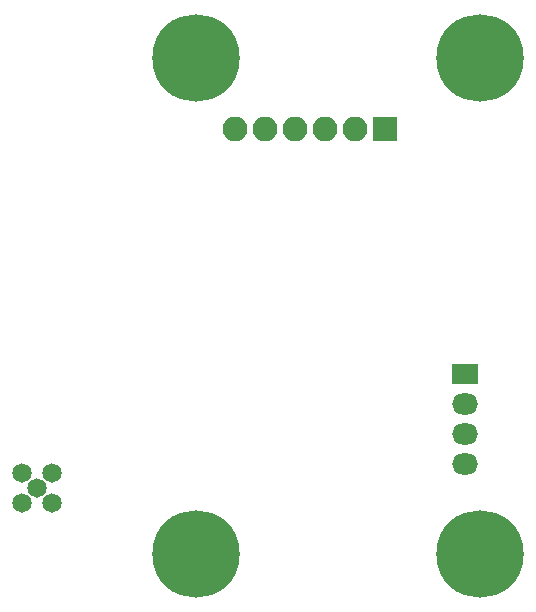
<source format=gbs>
G04 #@! TF.GenerationSoftware,KiCad,Pcbnew,(5.1.5-0)*
G04 #@! TF.CreationDate,2022-04-01T13:26:54-06:00*
G04 #@! TF.ProjectId,power-two-wire,706f7765-722d-4747-976f-2d776972652e,rev?*
G04 #@! TF.SameCoordinates,Original*
G04 #@! TF.FileFunction,Soldermask,Bot*
G04 #@! TF.FilePolarity,Negative*
%FSLAX46Y46*%
G04 Gerber Fmt 4.6, Leading zero omitted, Abs format (unit mm)*
G04 Created by KiCad (PCBNEW (5.1.5-0)) date 2022-04-01 13:26:54*
%MOMM*%
%LPD*%
G04 APERTURE LIST*
%ADD10O,2.100000X2.100000*%
%ADD11R,2.100000X2.100000*%
%ADD12C,1.640000*%
%ADD13R,2.200000X1.800000*%
%ADD14O,2.200000X1.800000*%
%ADD15C,7.400000*%
G04 APERTURE END LIST*
D10*
X150250000Y-85050000D03*
X152790000Y-85050000D03*
X155330000Y-85050000D03*
X157870000Y-85050000D03*
X160410000Y-85050000D03*
D11*
X162950000Y-85050000D03*
D12*
X132280000Y-116720000D03*
X134820000Y-114180000D03*
X134820000Y-116720000D03*
X132280000Y-114180000D03*
X133550000Y-115450000D03*
D13*
X169750000Y-105750000D03*
D14*
X169750000Y-108290000D03*
X169750000Y-110830000D03*
X169750000Y-113370000D03*
D15*
X147000000Y-79000000D03*
X171000000Y-79000000D03*
X147000000Y-121000000D03*
X171000000Y-121000000D03*
M02*

</source>
